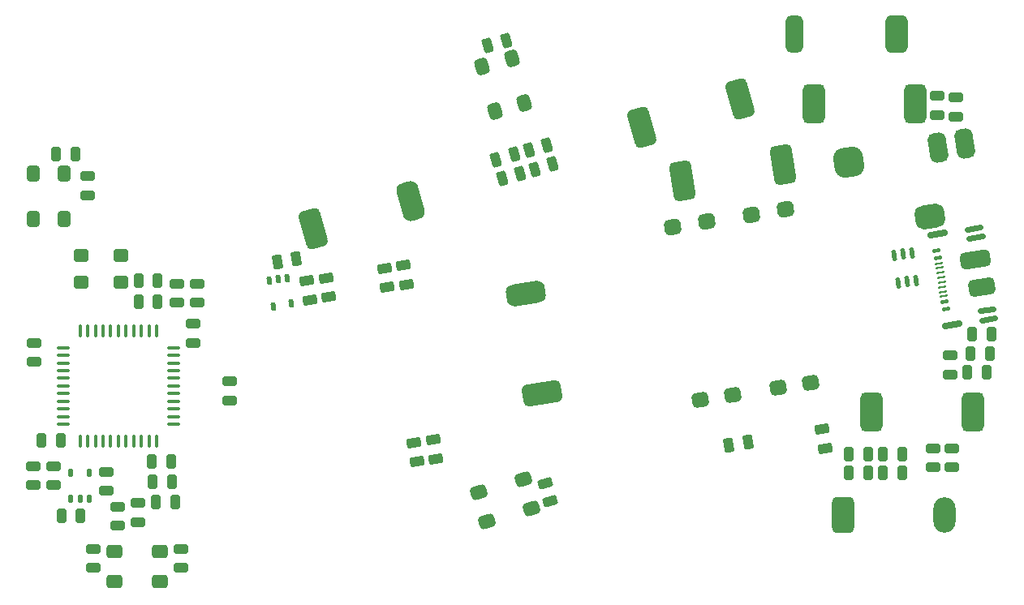
<source format=gbr>
%TF.GenerationSoftware,Altium Limited,Altium Designer,22.6.1 (34)*%
G04 Layer_Color=8421504*
%FSLAX45Y45*%
%MOMM*%
%TF.SameCoordinates,EFAF5BE3-474D-4A98-89D0-AE48FBC3E593*%
%TF.FilePolarity,Positive*%
%TF.FileFunction,Paste,Top*%
%TF.Part,Single*%
G01*
G75*
%TA.AperFunction,TestPad*%
G04:AMPARAMS|DCode=21|XSize=1.5mm|YSize=1mm|CornerRadius=0.15mm|HoleSize=0mm|Usage=FLASHONLY|Rotation=180.000|XOffset=0mm|YOffset=0mm|HoleType=Round|Shape=RoundedRectangle|*
%AMROUNDEDRECTD21*
21,1,1.50000,0.70000,0,0,180.0*
21,1,1.20000,1.00000,0,0,180.0*
1,1,0.30000,-0.60000,0.35000*
1,1,0.30000,0.60000,0.35000*
1,1,0.30000,0.60000,-0.35000*
1,1,0.30000,-0.60000,-0.35000*
%
%ADD21ROUNDEDRECTD21*%
G04:AMPARAMS|DCode=22|XSize=1.5mm|YSize=1mm|CornerRadius=0.15mm|HoleSize=0mm|Usage=FLASHONLY|Rotation=270.000|XOffset=0mm|YOffset=0mm|HoleType=Round|Shape=RoundedRectangle|*
%AMROUNDEDRECTD22*
21,1,1.50000,0.70000,0,0,270.0*
21,1,1.20000,1.00000,0,0,270.0*
1,1,0.30000,-0.35000,-0.60000*
1,1,0.30000,-0.35000,0.60000*
1,1,0.30000,0.35000,0.60000*
1,1,0.30000,0.35000,-0.60000*
%
%ADD22ROUNDEDRECTD22*%
G04:AMPARAMS|DCode=23|XSize=1.5mm|YSize=1mm|CornerRadius=0.15mm|HoleSize=0mm|Usage=FLASHONLY|Rotation=285.887|XOffset=0mm|YOffset=0mm|HoleType=Round|Shape=RoundedRectangle|*
%AMROUNDEDRECTD23*
21,1,1.50000,0.70000,0,0,285.9*
21,1,1.20000,1.00000,0,0,285.9*
1,1,0.30000,-0.17239,-0.67289*
1,1,0.30000,-0.50088,0.48127*
1,1,0.30000,0.17239,0.67289*
1,1,0.30000,0.50088,-0.48127*
%
%ADD23ROUNDEDRECTD23*%
G04:AMPARAMS|DCode=28|XSize=1.5mm|YSize=1mm|CornerRadius=0.15mm|HoleSize=0mm|Usage=FLASHONLY|Rotation=8.887|XOffset=0mm|YOffset=0mm|HoleType=Round|Shape=RoundedRectangle|*
%AMROUNDEDRECTD28*
21,1,1.50000,0.70000,0,0,8.9*
21,1,1.20000,1.00000,0,0,8.9*
1,1,0.30000,0.64687,-0.25311*
1,1,0.30000,-0.53873,-0.43849*
1,1,0.30000,-0.64687,0.25311*
1,1,0.30000,0.53873,0.43849*
%
%ADD28ROUNDEDRECTD28*%
G04:AMPARAMS|DCode=29|XSize=1.5mm|YSize=1mm|CornerRadius=0.15mm|HoleSize=0mm|Usage=FLASHONLY|Rotation=278.887|XOffset=0mm|YOffset=0mm|HoleType=Round|Shape=RoundedRectangle|*
%AMROUNDEDRECTD29*
21,1,1.50000,0.70000,0,0,278.9*
21,1,1.20000,1.00000,0,0,278.9*
1,1,0.30000,-0.25311,-0.64687*
1,1,0.30000,-0.43849,0.53873*
1,1,0.30000,0.25311,0.64687*
1,1,0.30000,0.43849,-0.53873*
%
%ADD29ROUNDEDRECTD29*%
G04:AMPARAMS|DCode=30|XSize=1.5mm|YSize=1mm|CornerRadius=0.15mm|HoleSize=0mm|Usage=FLASHONLY|Rotation=15.887|XOffset=0mm|YOffset=0mm|HoleType=Round|Shape=RoundedRectangle|*
%AMROUNDEDRECTD30*
21,1,1.50000,0.70000,0,0,15.9*
21,1,1.20000,1.00000,0,0,15.9*
1,1,0.30000,0.67289,-0.17239*
1,1,0.30000,-0.48127,-0.50088*
1,1,0.30000,-0.67289,0.17239*
1,1,0.30000,0.48127,0.50088*
%
%ADD30ROUNDEDRECTD30*%
%TA.AperFunction,NonConductor*%
%ADD87C,0.60000*%
%ADD92C,0.70000*%
%TA.AperFunction,SMDPad,CuDef*%
G04:AMPARAMS|DCode=93|XSize=1.9mm|YSize=3.1mm|CornerRadius=0.65mm|HoleSize=0mm|Usage=FLASHONLY|Rotation=188.887|XOffset=0mm|YOffset=0mm|HoleType=Round|Shape=RoundedRectangle|*
%AMROUNDEDRECTD93*
21,1,1.90000,1.80000,0,0,188.9*
21,1,0.60000,3.10000,0,0,188.9*
1,1,1.30000,-0.43543,0.84285*
1,1,1.30000,0.15736,0.93554*
1,1,1.30000,0.43543,-0.84285*
1,1,1.30000,-0.15736,-0.93554*
%
%ADD93ROUNDEDRECTD93*%
G04:AMPARAMS|DCode=94|XSize=3.1mm|YSize=3.1mm|CornerRadius=1.07mm|HoleSize=0mm|Usage=FLASHONLY|Rotation=188.887|XOffset=0mm|YOffset=0mm|HoleType=Round|Shape=RoundedRectangle|*
%AMROUNDEDRECTD94*
21,1,3.10000,0.96000,0,0,188.9*
21,1,0.96000,3.10000,0,0,188.9*
1,1,2.14000,-0.54839,0.40009*
1,1,2.14000,0.40009,0.54839*
1,1,2.14000,0.54839,-0.40009*
1,1,2.14000,-0.40009,-0.54839*
%
%ADD94ROUNDEDRECTD94*%
G04:AMPARAMS|DCode=95|XSize=3.1mm|YSize=2.5mm|CornerRadius=0.86mm|HoleSize=0mm|Usage=FLASHONLY|Rotation=188.887|XOffset=0mm|YOffset=0mm|HoleType=Round|Shape=RoundedRectangle|*
%AMROUNDEDRECTD95*
21,1,3.10000,0.78000,0,0,188.9*
21,1,1.38000,2.50000,0,0,188.9*
1,1,1.72000,-0.74197,0.27872*
1,1,1.72000,0.62147,0.49191*
1,1,1.72000,0.74197,-0.27872*
1,1,1.72000,-0.62147,-0.49191*
%
%ADD95ROUNDEDRECTD95*%
%TA.AperFunction,TestPad*%
G04:AMPARAMS|DCode=96|XSize=1.76mm|YSize=3.16mm|CornerRadius=0.48mm|HoleSize=0mm|Usage=FLASHONLY|Rotation=98.887|XOffset=0mm|YOffset=0mm|HoleType=Round|Shape=RoundedRectangle|*
%AMROUNDEDRECTD96*
21,1,1.76000,2.20000,0,0,98.9*
21,1,0.80000,3.16000,0,0,98.9*
1,1,0.96000,1.02500,0.56513*
1,1,0.96000,1.14859,-0.22526*
1,1,0.96000,-1.02500,-0.56513*
1,1,0.96000,-1.14859,0.22526*
%
%ADD96ROUNDEDRECTD96*%
G04:AMPARAMS|DCode=97|XSize=0.4mm|YSize=0.9mm|CornerRadius=0.125mm|HoleSize=0mm|Usage=FLASHONLY|Rotation=278.887|XOffset=0mm|YOffset=0mm|HoleType=Round|Shape=RoundedRectangle|*
%AMROUNDEDRECTD97*
21,1,0.40000,0.65000,0,0,278.9*
21,1,0.15000,0.90000,0,0,278.9*
1,1,0.25000,-0.30951,-0.12431*
1,1,0.25000,-0.33268,0.02389*
1,1,0.25000,0.30951,0.12431*
1,1,0.25000,0.33268,-0.02389*
%
%ADD97ROUNDEDRECTD97*%
G04:AMPARAMS|DCode=98|XSize=0.19mm|YSize=0.92mm|CornerRadius=0.0545mm|HoleSize=0mm|Usage=FLASHONLY|Rotation=278.887|XOffset=0mm|YOffset=0mm|HoleType=Round|Shape=RoundedRectangle|*
%AMROUNDEDRECTD98*
21,1,0.19000,0.81100,0,0,278.9*
21,1,0.08100,0.92000,0,0,278.9*
1,1,0.10900,-0.39438,-0.10266*
1,1,0.10900,-0.40689,-0.02263*
1,1,0.10900,0.39438,0.10266*
1,1,0.10900,0.40689,0.02263*
%
%ADD98ROUNDEDRECTD98*%
G04:AMPARAMS|DCode=99|XSize=1.76mm|YSize=2.76mm|CornerRadius=0.48mm|HoleSize=0mm|Usage=FLASHONLY|Rotation=278.887|XOffset=0mm|YOffset=0mm|HoleType=Round|Shape=RoundedRectangle|*
%AMROUNDEDRECTD99*
21,1,1.76000,1.80000,0,0,278.9*
21,1,0.80000,2.76000,0,0,278.9*
1,1,0.96000,-0.82740,-0.53423*
1,1,0.96000,-0.95099,0.25616*
1,1,0.96000,0.82740,0.53423*
1,1,0.96000,0.95099,-0.25616*
%
%ADD99ROUNDEDRECTD99*%
%TA.AperFunction,SMDPad,CuDef*%
G04:AMPARAMS|DCode=100|XSize=1.54mm|YSize=1.74mm|CornerRadius=0.45mm|HoleSize=0mm|Usage=FLASHONLY|Rotation=278.887|XOffset=0mm|YOffset=0mm|HoleType=Round|Shape=RoundedRectangle|*
%AMROUNDEDRECTD100*
21,1,1.54000,0.84000,0,0,278.9*
21,1,0.64000,1.74000,0,0,278.9*
1,1,0.90000,-0.36552,-0.38104*
1,1,0.90000,-0.46440,0.25128*
1,1,0.90000,0.36552,0.38104*
1,1,0.90000,0.46440,-0.25128*
%
%ADD100ROUNDEDRECTD100*%
%TA.AperFunction,TestPad*%
G04:AMPARAMS|DCode=101|XSize=1.64mm|YSize=1.74mm|CornerRadius=0.48mm|HoleSize=0mm|Usage=FLASHONLY|Rotation=98.887|XOffset=0mm|YOffset=0mm|HoleType=Round|Shape=RoundedRectangle|*
%AMROUNDEDRECTD101*
21,1,1.64000,0.78000,0,0,98.9*
21,1,0.68000,1.74000,0,0,98.9*
1,1,0.96000,0.33280,0.39617*
1,1,0.96000,0.43785,-0.27567*
1,1,0.96000,-0.33280,-0.39617*
1,1,0.96000,-0.43785,0.27567*
%
%ADD101ROUNDEDRECTD101*%
%TA.AperFunction,SMDPad,CuDef*%
G04:AMPARAMS|DCode=102|XSize=1.72mm|YSize=1.42mm|CornerRadius=0.41mm|HoleSize=0mm|Usage=FLASHONLY|Rotation=90.000|XOffset=0mm|YOffset=0mm|HoleType=Round|Shape=RoundedRectangle|*
%AMROUNDEDRECTD102*
21,1,1.72000,0.60000,0,0,90.0*
21,1,0.90000,1.42000,0,0,90.0*
1,1,0.82000,0.30000,0.45000*
1,1,0.82000,0.30000,-0.45000*
1,1,0.82000,-0.30000,-0.45000*
1,1,0.82000,-0.30000,0.45000*
%
%ADD102ROUNDEDRECTD102*%
G04:AMPARAMS|DCode=103|XSize=1.72mm|YSize=1.42mm|CornerRadius=0.41mm|HoleSize=0mm|Usage=FLASHONLY|Rotation=105.887|XOffset=0mm|YOffset=0mm|HoleType=Round|Shape=RoundedRectangle|*
%AMROUNDEDRECTD103*
21,1,1.72000,0.60000,0,0,105.9*
21,1,0.90000,1.42000,0,0,105.9*
1,1,0.82000,0.16536,0.51494*
1,1,0.82000,0.41173,-0.35069*
1,1,0.82000,-0.16536,-0.51494*
1,1,0.82000,-0.41173,0.35069*
%
%ADD103ROUNDEDRECTD103*%
G04:AMPARAMS|DCode=104|XSize=1.72mm|YSize=1.42mm|CornerRadius=0.41mm|HoleSize=0mm|Usage=FLASHONLY|Rotation=15.887|XOffset=0mm|YOffset=0mm|HoleType=Round|Shape=RoundedRectangle|*
%AMROUNDEDRECTD104*
21,1,1.72000,0.60000,0,0,15.9*
21,1,0.90000,1.42000,0,0,15.9*
1,1,0.82000,0.51494,-0.16536*
1,1,0.82000,-0.35069,-0.41173*
1,1,0.82000,-0.51494,0.16536*
1,1,0.82000,0.35069,0.41173*
%
%ADD104ROUNDEDRECTD104*%
G04:AMPARAMS|DCode=105|XSize=1.72mm|YSize=1.42mm|CornerRadius=0.41mm|HoleSize=0mm|Usage=FLASHONLY|Rotation=180.000|XOffset=0mm|YOffset=0mm|HoleType=Round|Shape=RoundedRectangle|*
%AMROUNDEDRECTD105*
21,1,1.72000,0.60000,0,0,180.0*
21,1,0.90000,1.42000,0,0,180.0*
1,1,0.82000,-0.45000,0.30000*
1,1,0.82000,0.45000,0.30000*
1,1,0.82000,0.45000,-0.30000*
1,1,0.82000,-0.45000,-0.30000*
%
%ADD105ROUNDEDRECTD105*%
%TA.AperFunction,TestPad*%
G04:AMPARAMS|DCode=106|XSize=0.49mm|YSize=1.14mm|CornerRadius=0.19mm|HoleSize=0mm|Usage=FLASHONLY|Rotation=188.887|XOffset=0mm|YOffset=0mm|HoleType=Round|Shape=RoundedRectangle|*
%AMROUNDEDRECTD106*
21,1,0.49000,0.76000,0,0,188.9*
21,1,0.11000,1.14000,0,0,188.9*
1,1,0.38000,-0.11305,0.36694*
1,1,0.38000,-0.00436,0.38394*
1,1,0.38000,0.11305,-0.36694*
1,1,0.38000,0.00436,-0.38394*
%
%ADD106ROUNDEDRECTD106*%
%TA.AperFunction,SMDPad,CuDef*%
G04:AMPARAMS|DCode=107|XSize=0.52mm|YSize=0.92mm|CornerRadius=0.2mm|HoleSize=0mm|Usage=FLASHONLY|Rotation=8.887|XOffset=0mm|YOffset=0mm|HoleType=Round|Shape=RoundedRectangle|*
%AMROUNDEDRECTD107*
21,1,0.52000,0.52000,0,0,8.9*
21,1,0.12000,0.92000,0,0,8.9*
1,1,0.40000,0.09945,-0.24761*
1,1,0.40000,-0.01911,-0.26615*
1,1,0.40000,-0.09945,0.24761*
1,1,0.40000,0.01911,0.26615*
%
%ADD107ROUNDEDRECTD107*%
G04:AMPARAMS|DCode=108|XSize=0.52mm|YSize=0.92mm|CornerRadius=0.2mm|HoleSize=0mm|Usage=FLASHONLY|Rotation=180.000|XOffset=0mm|YOffset=0mm|HoleType=Round|Shape=RoundedRectangle|*
%AMROUNDEDRECTD108*
21,1,0.52000,0.52000,0,0,180.0*
21,1,0.12000,0.92000,0,0,180.0*
1,1,0.40000,-0.06000,0.26000*
1,1,0.40000,0.06000,0.26000*
1,1,0.40000,0.06000,-0.26000*
1,1,0.40000,-0.06000,-0.26000*
%
%ADD108ROUNDEDRECTD108*%
G04:AMPARAMS|DCode=109|XSize=0.28mm|YSize=1.38mm|CornerRadius=0.14mm|HoleSize=0mm|Usage=FLASHONLY|Rotation=180.000|XOffset=0mm|YOffset=0mm|HoleType=Round|Shape=RoundedRectangle|*
%AMROUNDEDRECTD109*
21,1,0.28000,1.10000,0,0,180.0*
21,1,0.00000,1.38000,0,0,180.0*
1,1,0.28000,0.00000,0.55000*
1,1,0.28000,0.00000,0.55000*
1,1,0.28000,0.00000,-0.55000*
1,1,0.28000,0.00000,-0.55000*
%
%ADD109ROUNDEDRECTD109*%
G04:AMPARAMS|DCode=110|XSize=0.28mm|YSize=1.38mm|CornerRadius=0.14mm|HoleSize=0mm|Usage=FLASHONLY|Rotation=270.000|XOffset=0mm|YOffset=0mm|HoleType=Round|Shape=RoundedRectangle|*
%AMROUNDEDRECTD110*
21,1,0.28000,1.10000,0,0,270.0*
21,1,0.00000,1.38000,0,0,270.0*
1,1,0.28000,-0.55000,0.00000*
1,1,0.28000,-0.55000,0.00000*
1,1,0.28000,0.55000,0.00000*
1,1,0.28000,0.55000,0.00000*
%
%ADD110ROUNDEDRECTD110*%
G04:AMPARAMS|DCode=111|XSize=2.3mm|YSize=3.8mm|CornerRadius=0.55mm|HoleSize=0mm|Usage=FLASHONLY|Rotation=0.000|XOffset=0mm|YOffset=0mm|HoleType=Round|Shape=RoundedRectangle|*
%AMROUNDEDRECTD111*
21,1,2.30000,2.70000,0,0,0.0*
21,1,1.20000,3.80000,0,0,0.0*
1,1,1.10000,0.60000,-1.35000*
1,1,1.10000,-0.60000,-1.35000*
1,1,1.10000,-0.60000,1.35000*
1,1,1.10000,0.60000,1.35000*
%
%ADD111ROUNDEDRECTD111*%
G04:AMPARAMS|DCode=112|XSize=2.3mm|YSize=3.7mm|CornerRadius=1.15mm|HoleSize=0mm|Usage=FLASHONLY|Rotation=0.000|XOffset=0mm|YOffset=0mm|HoleType=Round|Shape=RoundedRectangle|*
%AMROUNDEDRECTD112*
21,1,2.30000,1.40000,0,0,0.0*
21,1,0.00000,3.70000,0,0,0.0*
1,1,2.30000,0.00000,-0.70000*
1,1,2.30000,0.00000,-0.70000*
1,1,2.30000,0.00000,0.70000*
1,1,2.30000,0.00000,0.70000*
%
%ADD112ROUNDEDRECTD112*%
%TA.AperFunction,ConnectorPad*%
G04:AMPARAMS|DCode=113|XSize=2.3mm|YSize=3.9mm|CornerRadius=0.55mm|HoleSize=0mm|Usage=FLASHONLY|Rotation=0.000|XOffset=0mm|YOffset=0mm|HoleType=Round|Shape=RoundedRectangle|*
%AMROUNDEDRECTD113*
21,1,2.30000,2.80000,0,0,0.0*
21,1,1.20000,3.90000,0,0,0.0*
1,1,1.10000,0.60000,-1.40000*
1,1,1.10000,-0.60000,-1.40000*
1,1,1.10000,-0.60000,1.40000*
1,1,1.10000,0.60000,1.40000*
%
%ADD113ROUNDEDRECTD113*%
G04:AMPARAMS|DCode=114|XSize=1.9mm|YSize=3.9mm|CornerRadius=0.65mm|HoleSize=0mm|Usage=FLASHONLY|Rotation=0.000|XOffset=0mm|YOffset=0mm|HoleType=Round|Shape=RoundedRectangle|*
%AMROUNDEDRECTD114*
21,1,1.90000,2.60000,0,0,0.0*
21,1,0.60000,3.90000,0,0,0.0*
1,1,1.30000,0.30000,-1.30000*
1,1,1.30000,-0.30000,-1.30000*
1,1,1.30000,-0.30000,1.30000*
1,1,1.30000,0.30000,1.30000*
%
%ADD114ROUNDEDRECTD114*%
%TA.AperFunction,SMDPad,CuDef*%
G04:AMPARAMS|DCode=115|XSize=2.3mm|YSize=4.1mm|CornerRadius=0.55mm|HoleSize=0mm|Usage=FLASHONLY|Rotation=195.887|XOffset=0mm|YOffset=0mm|HoleType=Round|Shape=RoundedRectangle|*
%AMROUNDEDRECTD115*
21,1,2.30000,3.00000,0,0,195.9*
21,1,1.20000,4.10000,0,0,195.9*
1,1,1.10000,-0.98769,1.27846*
1,1,1.10000,0.16647,1.60695*
1,1,1.10000,0.98769,-1.27846*
1,1,1.10000,-0.16647,-1.60695*
%
%ADD115ROUNDEDRECTD115*%
G04:AMPARAMS|DCode=116|XSize=2.3mm|YSize=4.1mm|CornerRadius=0.79mm|HoleSize=0mm|Usage=FLASHONLY|Rotation=98.887|XOffset=0mm|YOffset=0mm|HoleType=Round|Shape=RoundedRectangle|*
%AMROUNDEDRECTD116*
21,1,2.30000,2.52000,0,0,98.9*
21,1,0.72000,4.10000,0,0,98.9*
1,1,1.58000,1.18926,0.55033*
1,1,1.58000,1.30049,-0.16103*
1,1,1.58000,-1.18926,-0.55033*
1,1,1.58000,-1.30049,0.16103*
%
%ADD116ROUNDEDRECTD116*%
G04:AMPARAMS|DCode=117|XSize=2.3mm|YSize=4.1mm|CornerRadius=0.55mm|HoleSize=0mm|Usage=FLASHONLY|Rotation=98.887|XOffset=0mm|YOffset=0mm|HoleType=Round|Shape=RoundedRectangle|*
%AMROUNDEDRECTD117*
21,1,2.30000,3.00000,0,0,98.9*
21,1,1.20000,4.10000,0,0,98.9*
1,1,1.10000,1.38930,0.82453*
1,1,1.10000,1.57469,-0.36107*
1,1,1.10000,-1.38930,-0.82453*
1,1,1.10000,-1.57469,0.36107*
%
%ADD117ROUNDEDRECTD117*%
G04:AMPARAMS|DCode=118|XSize=2.3mm|YSize=4.1mm|CornerRadius=0.79mm|HoleSize=0mm|Usage=FLASHONLY|Rotation=15.887|XOffset=0mm|YOffset=0mm|HoleType=Round|Shape=RoundedRectangle|*
%AMROUNDEDRECTD118*
21,1,2.30000,2.52000,0,0,15.9*
21,1,0.72000,4.10000,0,0,15.9*
1,1,1.58000,0.69116,-1.11333*
1,1,1.58000,-0.00134,-1.31042*
1,1,1.58000,-0.69116,1.11333*
1,1,1.58000,0.00134,1.31042*
%
%ADD118ROUNDEDRECTD118*%
G04:AMPARAMS|DCode=119|XSize=2.3mm|YSize=4.1mm|CornerRadius=0.55mm|HoleSize=0mm|Usage=FLASHONLY|Rotation=188.887|XOffset=0mm|YOffset=0mm|HoleType=Round|Shape=RoundedRectangle|*
%AMROUNDEDRECTD119*
21,1,2.30000,3.00000,0,0,188.9*
21,1,1.20000,4.10000,0,0,188.9*
1,1,1.10000,-0.82453,1.38930*
1,1,1.10000,0.36107,1.57469*
1,1,1.10000,0.82453,-1.38930*
1,1,1.10000,-0.36107,-1.57469*
%
%ADD119ROUNDEDRECTD119*%
G04:AMPARAMS|DCode=120|XSize=2.3mm|YSize=4.1mm|CornerRadius=0.55mm|HoleSize=0mm|Usage=FLASHONLY|Rotation=0.000|XOffset=0mm|YOffset=0mm|HoleType=Round|Shape=RoundedRectangle|*
%AMROUNDEDRECTD120*
21,1,2.30000,3.00000,0,0,0.0*
21,1,1.20000,4.10000,0,0,0.0*
1,1,1.10000,0.60000,-1.50000*
1,1,1.10000,-0.60000,-1.50000*
1,1,1.10000,-0.60000,1.50000*
1,1,1.10000,0.60000,1.50000*
%
%ADD120ROUNDEDRECTD120*%
G04:AMPARAMS|DCode=121|XSize=1.5mm|YSize=1.3mm|CornerRadius=0.23mm|HoleSize=0mm|Usage=FLASHONLY|Rotation=0.000|XOffset=0mm|YOffset=0mm|HoleType=Round|Shape=RoundedRectangle|*
%AMROUNDEDRECTD121*
21,1,1.50000,0.84000,0,0,0.0*
21,1,1.04000,1.30000,0,0,0.0*
1,1,0.46000,0.52000,-0.42000*
1,1,0.46000,-0.52000,-0.42000*
1,1,0.46000,-0.52000,0.42000*
1,1,0.46000,0.52000,0.42000*
%
%ADD121ROUNDEDRECTD121*%
D21*
X9900000Y2729760D02*
D03*
Y2930240D02*
D03*
X9960000Y5419760D02*
D03*
Y5620240D02*
D03*
X9760000Y5439760D02*
D03*
Y5640240D02*
D03*
X9920000Y1960240D02*
D03*
Y1759760D02*
D03*
X9720000Y1960240D02*
D03*
Y1759760D02*
D03*
X1210000Y1149759D02*
D03*
Y1350239D02*
D03*
X1419999Y1189759D02*
D03*
Y1390239D02*
D03*
X1095013Y1514742D02*
D03*
Y1715222D02*
D03*
X545013Y1574742D02*
D03*
Y1775222D02*
D03*
X335013Y1574742D02*
D03*
Y1775222D02*
D03*
X2000000Y3059759D02*
D03*
Y3260239D02*
D03*
X1829999Y3479759D02*
D03*
Y3680239D02*
D03*
X2039999Y3680240D02*
D03*
Y3479760D02*
D03*
X2380000Y2459760D02*
D03*
Y2660240D02*
D03*
X1870000Y910240D02*
D03*
Y709761D02*
D03*
X900000Y4599760D02*
D03*
Y4800240D02*
D03*
X960000Y709761D02*
D03*
Y910240D02*
D03*
X340000Y2859760D02*
D03*
Y3060240D02*
D03*
D22*
X10280240Y2750000D02*
D03*
X10079760D02*
D03*
X10310240Y2950000D02*
D03*
X10109760D02*
D03*
X10330240Y3150000D02*
D03*
X10129760D02*
D03*
X9040240Y1900000D02*
D03*
X8839760D02*
D03*
X9040240Y1700000D02*
D03*
X8839760D02*
D03*
X9400240Y1900000D02*
D03*
X9199760D02*
D03*
X9400240Y1700000D02*
D03*
X9199760D02*
D03*
X825253Y1254982D02*
D03*
X624773D02*
D03*
X419760Y2040000D02*
D03*
X620240D02*
D03*
X1579759Y1609999D02*
D03*
X1780239D02*
D03*
X1429759Y3709999D02*
D03*
X1630239D02*
D03*
X1429759Y3489999D02*
D03*
X1630239D02*
D03*
X1569759Y1819999D02*
D03*
X1770239D02*
D03*
X1810239Y1399999D02*
D03*
X1609759D02*
D03*
X770240Y5032500D02*
D03*
X569760D02*
D03*
D23*
X5354135Y5028041D02*
D03*
X5161313Y4973161D02*
D03*
X5414135Y4828041D02*
D03*
X5221313Y4773161D02*
D03*
X5694375Y5128041D02*
D03*
X5501553Y5073161D02*
D03*
X5754136Y4928040D02*
D03*
X5561313Y4873161D02*
D03*
X5073589Y6162560D02*
D03*
X5266411Y6217440D02*
D03*
D28*
X8564514Y2159037D02*
D03*
X8595486Y1960964D02*
D03*
X3184514Y3709037D02*
D03*
X3215486Y3510964D02*
D03*
X3384514Y3739037D02*
D03*
X3415486Y3540964D02*
D03*
X4502238Y2049637D02*
D03*
X4533209Y1851564D02*
D03*
X4333210Y1821564D02*
D03*
X4302239Y2019637D02*
D03*
X4194514Y3869037D02*
D03*
X4225486Y3670964D02*
D03*
X3994514Y3839037D02*
D03*
X4025485Y3640964D02*
D03*
D29*
X7789037Y2025486D02*
D03*
X7590964Y1994514D02*
D03*
X2880963Y3904515D02*
D03*
X3079036Y3935486D02*
D03*
D30*
X5672560Y1596411D02*
D03*
X5727440Y1403589D02*
D03*
D87*
X10095757Y4152847D02*
X10234076Y4174475D01*
X10075986Y4246923D02*
X10214305Y4268551D01*
X10209461Y3393295D02*
X10347780Y3414923D01*
X10229232Y3299220D02*
X10367551Y3320847D01*
D92*
X9698078Y4187832D02*
X9836397Y4209460D01*
X9851323Y3240129D02*
X9989643Y3261757D01*
D93*
X10047254Y5138946D02*
D03*
X9770616Y5095690D02*
D03*
D94*
X8841901Y4950474D02*
D03*
D95*
X9690000Y4380000D02*
D03*
D96*
X10160000Y3930000D02*
D03*
D97*
X9758920Y4025280D02*
D03*
X9770507Y3951181D02*
D03*
X9843115Y3486823D02*
D03*
X9854701Y3412723D02*
D03*
D98*
X9779776Y3891901D02*
D03*
X9787500Y3842501D02*
D03*
X9795224Y3793101D02*
D03*
X9802949Y3743701D02*
D03*
X9810673Y3694302D02*
D03*
X9818397Y3644901D02*
D03*
X9826121Y3595502D02*
D03*
X9833845Y3546103D02*
D03*
D99*
X10230000Y3640000D02*
D03*
D100*
X7625696Y2516301D02*
D03*
X7289303Y2463702D02*
D03*
X8104304Y2591201D02*
D03*
X8440696Y2643800D02*
D03*
D101*
X7363075Y4327843D02*
D03*
X7006924Y4272154D02*
D03*
X7821923Y4399659D02*
D03*
X8178075Y4455348D02*
D03*
D102*
X650000Y4830000D02*
D03*
X330000D02*
D03*
Y4350000D02*
D03*
X650000D02*
D03*
D103*
X5323181Y6029652D02*
D03*
X5015404Y5942055D02*
D03*
X5146800Y5480388D02*
D03*
X5454576Y5567985D02*
D03*
D104*
X5529610Y1326799D02*
D03*
X5442013Y1634576D02*
D03*
X4980347Y1503181D02*
D03*
X5067944Y1195404D02*
D03*
D105*
X1175023Y885010D02*
D03*
Y565010D02*
D03*
X1655023D02*
D03*
Y885010D02*
D03*
D106*
X9312281Y3970648D02*
D03*
X9406141Y3985324D02*
D03*
X9500000Y4000000D02*
D03*
X9544801Y3713482D02*
D03*
X9450941Y3698806D02*
D03*
X9357082Y3684130D02*
D03*
D107*
X3024715Y3471297D02*
D03*
X2836996Y3441945D02*
D03*
X2795285Y3708704D02*
D03*
X2889145Y3723379D02*
D03*
X2983004Y3738056D02*
D03*
D108*
X725000Y1435000D02*
D03*
X820000D02*
D03*
X914999D02*
D03*
Y1705000D02*
D03*
X725000D02*
D03*
D109*
X1620000Y2034999D02*
D03*
X1540000D02*
D03*
X1460000D02*
D03*
X1380000D02*
D03*
X1300000D02*
D03*
X1220000D02*
D03*
X1140000D02*
D03*
X1060000D02*
D03*
X980000D02*
D03*
X900000D02*
D03*
X820000D02*
D03*
Y3184999D02*
D03*
X900000D02*
D03*
X980000D02*
D03*
X1060000D02*
D03*
X1140000D02*
D03*
X1220000D02*
D03*
X1300000D02*
D03*
X1380000D02*
D03*
X1460000D02*
D03*
X1540000D02*
D03*
X1620000D02*
D03*
D110*
X645000Y2209999D02*
D03*
Y2289999D02*
D03*
Y2370000D02*
D03*
Y2449999D02*
D03*
Y2530000D02*
D03*
Y2610000D02*
D03*
Y2689999D02*
D03*
Y2770000D02*
D03*
Y2849999D02*
D03*
Y2929999D02*
D03*
Y3010000D02*
D03*
X1795000D02*
D03*
Y2929999D02*
D03*
Y2849999D02*
D03*
Y2770000D02*
D03*
Y2689999D02*
D03*
Y2610000D02*
D03*
Y2530000D02*
D03*
Y2449999D02*
D03*
Y2370000D02*
D03*
Y2289999D02*
D03*
Y2209999D02*
D03*
D111*
X8778894Y1259701D02*
D03*
D112*
X9838893D02*
D03*
D113*
X9337499Y6285000D02*
D03*
D114*
X8277500D02*
D03*
D115*
X7702256Y5602583D02*
D03*
X6682745Y5312418D02*
D03*
X3252744Y4252417D02*
D03*
D116*
X5473124Y3578637D02*
D03*
D117*
X5636877Y2531363D02*
D03*
D118*
X4272255Y4542582D02*
D03*
D119*
X7106362Y4753124D02*
D03*
X8153636Y4916878D02*
D03*
D120*
X8477500Y5555000D02*
D03*
X9537499D02*
D03*
X10137499Y2340000D02*
D03*
X9077500D02*
D03*
D121*
X1250000Y3690000D02*
D03*
X829999D02*
D03*
Y3970000D02*
D03*
X1250000D02*
D03*
%TF.MD5,983ecc1cba53df8b8aa660819bae8e06*%
M02*

</source>
